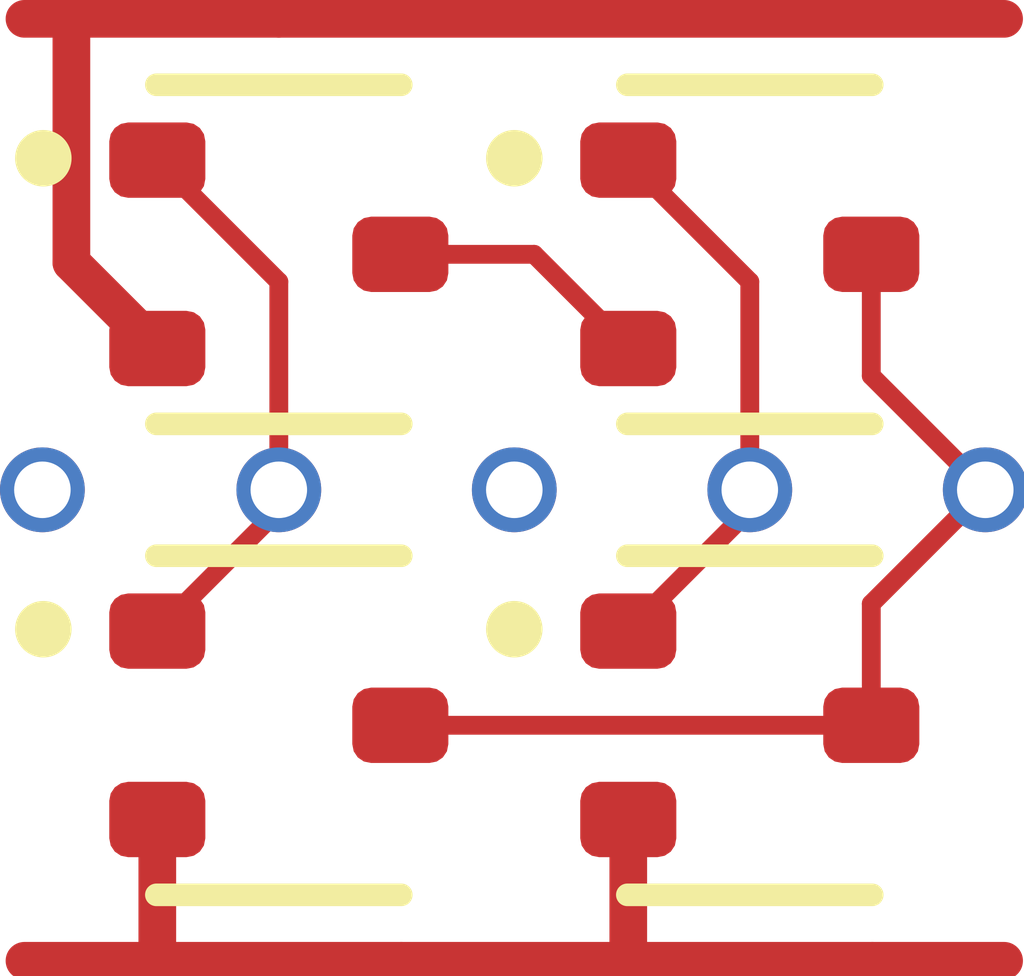
<source format=kicad_pcb>
(kicad_pcb (version 20241229) (generator "pcbnew") (generator_version "9.0")
  (layers (0 "F.Cu" signal) (2 "B.Cu" signal) (13 "F.Paste" user) (15 "B.Paste" user) (5 "F.SilkS" user "F.Silkscreen") (7 "B.SilkS" user "B.Silkscreen") (1 "F.Mask" user) (3 "B.Mask" user) (25 "Edge.Cuts" user))
  (net 0 "")
  (net 1 "Y")
  (net 2 "GND")
  (net 3 "A")
  (net 4 "VDD")
  (net 5 "int1")
  (net 6 "B")
  (footprint "Package_TO_SOT_SMD:SOT-523" (layer "F.Cu") (at 3.75 1.25)
    (property "Reference" "N2" (hide yes))
    (property "Value" "" (hide yes))
    (fp_line (start 0.65 -0.9) (end -0.65 -0.9) (stroke (width 0.12)) (layer "F.SilkS"))
    (fp_line (start 0.65 0.9) (end -0.65 0.9) (stroke (width 0.12)) (layer "F.SilkS"))
    (fp_circle (center -1.25 -0.51) (end -1.1 -0.51) (fill yes) (layer "F.SilkS"))
    (pad "1" smd roundrect (at -0.645 -0.5 180) (size 0.51 0.4) (layers "F.Cu" "F.Mask" "F.Paste") (net 6 "B"))
    (pad "2" smd roundrect (at -0.645 0.5 180) (size 0.51 0.4) (layers "F.Cu" "F.Mask" "F.Paste") (net 5 "int1"))
    (pad "3" smd roundrect (at 0.645 0 180) (size 0.51 0.4) (layers "F.Cu" "F.Mask" "F.Paste") (net 1 "Y"))
  )
  (footprint "Package_TO_SOT_SMD:SOT-523" (layer "F.Cu") (at 3.75 3.75)
    (property "Reference" "P2" (hide yes))
    (property "Value" "" (hide yes))
    (fp_line (start 0.65 -0.9) (end -0.65 -0.9) (stroke (width 0.12)) (layer "F.SilkS"))
    (fp_line (start 0.65 0.9) (end -0.65 0.9) (stroke (width 0.12)) (layer "F.SilkS"))
    (fp_circle (center -1.25 -0.51) (end -1.1 -0.51) (fill yes) (layer "F.SilkS"))
    (pad "1" smd roundrect (at -0.645 -0.5 180) (size 0.51 0.4) (layers "F.Cu" "F.Mask" "F.Paste") (net 6 "B"))
    (pad "2" smd roundrect (at -0.645 0.5 180) (size 0.51 0.4) (layers "F.Cu" "F.Mask" "F.Paste") (net 4 "VDD"))
    (pad "3" smd roundrect (at 0.645 0 180) (size 0.51 0.4) (layers "F.Cu" "F.Mask" "F.Paste") (net 1 "Y"))
  )
  (footprint "Package_TO_SOT_SMD:SOT-523" (layer "F.Cu") (at 1.25 1.25)
    (property "Reference" "N1" (hide yes))
    (property "Value" "" (hide yes))
    (fp_line (start 0.65 -0.9) (end -0.65 -0.9) (stroke (width 0.12)) (layer "F.SilkS"))
    (fp_line (start 0.65 0.9) (end -0.65 0.9) (stroke (width 0.12)) (layer "F.SilkS"))
    (fp_circle (center -1.25 -0.51) (end -1.1 -0.51) (fill yes) (layer "F.SilkS"))
    (pad "1" smd roundrect (at -0.645 -0.5 180) (size 0.51 0.4) (layers "F.Cu" "F.Mask" "F.Paste") (net 3 "A"))
    (pad "2" smd roundrect (at -0.645 0.5 180) (size 0.51 0.4) (layers "F.Cu" "F.Mask" "F.Paste") (net 2 "GND"))
    (pad "3" smd roundrect (at 0.645 0 180) (size 0.51 0.4) (layers "F.Cu" "F.Mask" "F.Paste") (net 5 "int1"))
  )
  (footprint "Package_TO_SOT_SMD:SOT-523" (layer "F.Cu") (at 1.25 3.75)
    (property "Reference" "P1" (hide yes))
    (property "Value" "" (hide yes))
    (fp_line (start 0.65 -0.9) (end -0.65 -0.9) (stroke (width 0.12)) (layer "F.SilkS"))
    (fp_line (start 0.65 0.9) (end -0.65 0.9) (stroke (width 0.12)) (layer "F.SilkS"))
    (fp_circle (center -1.25 -0.51) (end -1.1 -0.51) (fill yes) (layer "F.SilkS"))
    (pad "1" smd roundrect (at -0.645 -0.5 180) (size 0.51 0.4) (layers "F.Cu" "F.Mask" "F.Paste") (net 3 "A"))
    (pad "2" smd roundrect (at -0.645 0.5 180) (size 0.51 0.4) (layers "F.Cu" "F.Mask" "F.Paste") (net 4 "VDD"))
    (pad "3" smd roundrect (at 0.645 0 180) (size 0.51 0.4) (layers "F.Cu" "F.Mask" "F.Paste") (net 1 "Y"))
  )
  (via (at -0.005 2.5) (size 0.45) (drill 0.3) (layers "F.Cu" "B.Cu") (net 0))
  (via (at 2.5 2.5) (size 0.45) (drill 0.3) (layers "F.Cu" "B.Cu") (net 0))
  (segment (start 4.395 1.895) (end 5 2.5) (width 0.1) (layer "F.Cu") (net 1))
  (segment (start 4.395 1.25) (end 4.395 1.895) (width 0.1) (layer "F.Cu") (net 1))
  (segment (start 5 2.5) (end 4.395 3.105) (width 0.1) (layer "F.Cu") (net 1))
  (segment (start 4.395 3.105) (end 4.395 3.75) (width 0.1) (layer "F.Cu") (net 1))
  (segment (start 4.395 3.75) (end 1.895 3.75) (width 0.1) (layer "F.Cu") (net 1))
  (via (at 5 2.5) (size 0.45) (drill 0.3) (layers "F.Cu" "B.Cu") (net 1))
  (segment (start 0.605 1.75) (end 0.149 1.294) (width 0.2) (layer "F.Cu") (net 2))
  (segment (start -0.1 0) (end 0.2 0) (width 0.2) (layer "F.Cu") (net 2))
  (segment (start 1.25 0) (end 5.1 0) (width 0.2) (layer "F.Cu") (net 2))
  (segment (start 0.2 0) (end 1.25 0) (width 0.2) (layer "F.Cu") (net 2))
  (segment (start 0.149 1.294) (end 0.149 0.051) (width 0.2) (layer "F.Cu") (net 2))
  (segment (start 0.149 0.051) (end 0.2 0) (width 0.2) (layer "F.Cu") (net 2))
  (segment (start 0.605 0.75) (end 1.25 1.395) (width 0.1) (layer "F.Cu") (net 3))
  (segment (start 1.25 1.395) (end 1.25 2.5) (width 0.1) (layer "F.Cu") (net 3))
  (segment (start 1.25 2.605) (end 0.605 3.25) (width 0.1) (layer "F.Cu") (net 3))
  (segment (start 1.25 2.5) (end 1.25 2.605) (width 0.1) (layer "F.Cu") (net 3))
  (via (at 1.25 2.5) (size 0.45) (drill 0.3) (layers "F.Cu" "B.Cu") (net 3))
  (segment (start -0.1 5) (end 0.65 5) (width 0.2) (layer "F.Cu") (net 4))
  (segment (start 4.4 5) (end 5.1 5) (width 0.2) (layer "F.Cu") (net 4))
  (segment (start 1.9 5) (end 3.1 5) (width 0.2) (layer "F.Cu") (net 4))
  (segment (start 0.605 4.25) (end 0.605 4.955) (width 0.2) (layer "F.Cu") (net 4))
  (segment (start 0.605 4.955) (end 0.65 5) (width 0.2) (layer "F.Cu") (net 4))
  (segment (start 0.65 5) (end 1.9 5) (width 0.2) (layer "F.Cu") (net 4))
  (segment (start 3.1 5) (end 4.4 5) (width 0.2) (layer "F.Cu") (net 4))
  (segment (start 3.105 4.995) (end 3.1 5) (width 0.2) (layer "F.Cu") (net 4))
  (segment (start 3.105 4.25) (end 3.105 4.995) (width 0.2) (layer "F.Cu") (net 4))
  (segment (start 1.895 1.25) (end 2.605 1.25) (width 0.1) (layer "F.Cu") (net 5))
  (segment (start 2.605 1.25) (end 3.105 1.75) (width 0.1) (layer "F.Cu") (net 5))
  (segment (start 3.75 2.5) (end 3.75 2.605) (width 0.1) (layer "F.Cu") (net 6))
  (segment (start 3.75 1.395) (end 3.75 2.5) (width 0.1) (layer "F.Cu") (net 6))
  (segment (start 3.105 0.75) (end 3.75 1.395) (width 0.1) (layer "F.Cu") (net 6))
  (segment (start 3.75 2.605) (end 3.105 3.25) (width 0.1) (layer "F.Cu") (net 6))
  (via (at 3.75 2.5) (size 0.45) (drill 0.3) (layers "F.Cu" "B.Cu") (net 6))
)
</source>
